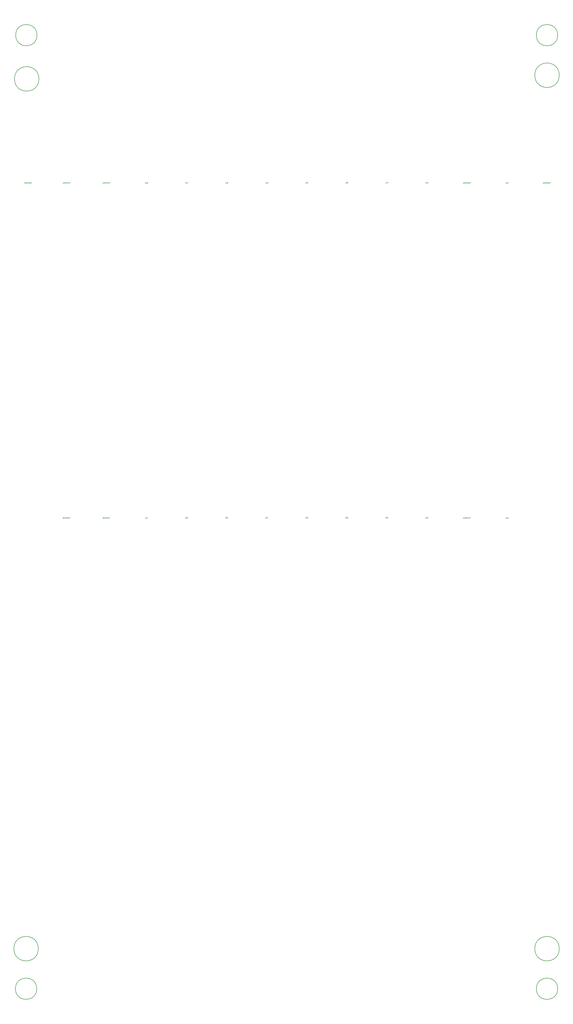
<source format=gbr>
%TF.GenerationSoftware,KiCad,Pcbnew,(6.0.7-1)-1*%
%TF.CreationDate,2024-04-18T03:27:56-04:00*%
%TF.ProjectId,EM_Harpsichord_Sustainer+Playback_V2.0,454d5f48-6172-4707-9369-63686f72645f,rev?*%
%TF.SameCoordinates,Original*%
%TF.FileFunction,Other,Comment*%
%FSLAX46Y46*%
G04 Gerber Fmt 4.6, Leading zero omitted, Abs format (unit mm)*
G04 Created by KiCad (PCBNEW (6.0.7-1)-1) date 2024-04-18 03:27:56*
%MOMM*%
%LPD*%
G01*
G04 APERTURE LIST*
%ADD10C,0.051000*%
%ADD11C,0.150000*%
G04 APERTURE END LIST*
D10*
%TO.C,J46*%
X249923190Y-99280952D02*
X249923190Y-99566666D01*
X249904142Y-99623809D01*
X249866047Y-99661904D01*
X249808904Y-99680952D01*
X249770809Y-99680952D01*
X250285095Y-99414285D02*
X250285095Y-99680952D01*
X250189857Y-99261904D02*
X250094619Y-99547619D01*
X250342238Y-99547619D01*
X250666047Y-99280952D02*
X250589857Y-99280952D01*
X250551761Y-99300000D01*
X250532714Y-99319047D01*
X250494619Y-99376190D01*
X250475571Y-99452380D01*
X250475571Y-99604761D01*
X250494619Y-99642857D01*
X250513666Y-99661904D01*
X250551761Y-99680952D01*
X250627952Y-99680952D01*
X250666047Y-99661904D01*
X250685095Y-99642857D01*
X250704142Y-99604761D01*
X250704142Y-99509523D01*
X250685095Y-99471428D01*
X250666047Y-99452380D01*
X250627952Y-99433333D01*
X250551761Y-99433333D01*
X250513666Y-99452380D01*
X250494619Y-99471428D01*
X250475571Y-99509523D01*
%TO.C,J48*%
X249874690Y-217118952D02*
X249874690Y-217404666D01*
X249855642Y-217461809D01*
X249817547Y-217499904D01*
X249760404Y-217518952D01*
X249722309Y-217518952D01*
X250236595Y-217252285D02*
X250236595Y-217518952D01*
X250141357Y-217099904D02*
X250046119Y-217385619D01*
X250293738Y-217385619D01*
X250503261Y-217290380D02*
X250465166Y-217271333D01*
X250446119Y-217252285D01*
X250427071Y-217214190D01*
X250427071Y-217195142D01*
X250446119Y-217157047D01*
X250465166Y-217138000D01*
X250503261Y-217118952D01*
X250579452Y-217118952D01*
X250617547Y-217138000D01*
X250636595Y-217157047D01*
X250655642Y-217195142D01*
X250655642Y-217214190D01*
X250636595Y-217252285D01*
X250617547Y-217271333D01*
X250579452Y-217290380D01*
X250503261Y-217290380D01*
X250465166Y-217309428D01*
X250446119Y-217328476D01*
X250427071Y-217366571D01*
X250427071Y-217442761D01*
X250446119Y-217480857D01*
X250465166Y-217499904D01*
X250503261Y-217518952D01*
X250579452Y-217518952D01*
X250617547Y-217499904D01*
X250636595Y-217480857D01*
X250655642Y-217442761D01*
X250655642Y-217366571D01*
X250636595Y-217328476D01*
X250617547Y-217309428D01*
X250579452Y-217290380D01*
%TO.C,J21*%
X122974690Y-217098216D02*
X122974690Y-217383930D01*
X122955642Y-217441073D01*
X122917547Y-217479168D01*
X122860404Y-217498216D01*
X122822309Y-217498216D01*
X123146119Y-217136311D02*
X123165166Y-217117264D01*
X123203261Y-217098216D01*
X123298500Y-217098216D01*
X123336595Y-217117264D01*
X123355642Y-217136311D01*
X123374690Y-217174406D01*
X123374690Y-217212502D01*
X123355642Y-217269644D01*
X123127071Y-217498216D01*
X123374690Y-217498216D01*
X123755642Y-217498216D02*
X123527071Y-217498216D01*
X123641357Y-217498216D02*
X123641357Y-217098216D01*
X123603261Y-217155359D01*
X123565166Y-217193454D01*
X123527071Y-217212502D01*
%TO.C,J18*%
X107973904Y-217503452D02*
X107973904Y-217103452D01*
X108202476Y-217503452D02*
X108031047Y-217274880D01*
X108202476Y-217103452D02*
X107973904Y-217332023D01*
X108373904Y-217293928D02*
X108507238Y-217293928D01*
X108564380Y-217503452D02*
X108373904Y-217503452D01*
X108373904Y-217103452D01*
X108564380Y-217103452D01*
X108735809Y-217293928D02*
X108869142Y-217293928D01*
X108926285Y-217503452D02*
X108735809Y-217503452D01*
X108735809Y-217103452D01*
X108926285Y-217103452D01*
X109097714Y-217503452D02*
X109097714Y-217103452D01*
X109250095Y-217103452D01*
X109288190Y-217122500D01*
X109307238Y-217141547D01*
X109326285Y-217179642D01*
X109326285Y-217236785D01*
X109307238Y-217274880D01*
X109288190Y-217293928D01*
X109250095Y-217312976D01*
X109097714Y-217312976D01*
X109573904Y-217103452D02*
X109650095Y-217103452D01*
X109688190Y-217122500D01*
X109726285Y-217160595D01*
X109745333Y-217236785D01*
X109745333Y-217370119D01*
X109726285Y-217446309D01*
X109688190Y-217484404D01*
X109650095Y-217503452D01*
X109573904Y-217503452D01*
X109535809Y-217484404D01*
X109497714Y-217446309D01*
X109478666Y-217370119D01*
X109478666Y-217236785D01*
X109497714Y-217160595D01*
X109535809Y-217122500D01*
X109573904Y-217103452D01*
X109916761Y-217103452D02*
X109916761Y-217427261D01*
X109935809Y-217465357D01*
X109954857Y-217484404D01*
X109992952Y-217503452D01*
X110069142Y-217503452D01*
X110107238Y-217484404D01*
X110126285Y-217465357D01*
X110145333Y-217427261D01*
X110145333Y-217103452D01*
X110278666Y-217103452D02*
X110507238Y-217103452D01*
X110392952Y-217503452D02*
X110392952Y-217103452D01*
%TO.C,J34*%
X193523189Y-99231688D02*
X193523189Y-99517402D01*
X193504141Y-99574545D01*
X193466046Y-99612640D01*
X193408903Y-99631688D01*
X193370808Y-99631688D01*
X193675570Y-99231688D02*
X193923189Y-99231688D01*
X193789856Y-99384069D01*
X193846999Y-99384069D01*
X193885094Y-99403116D01*
X193904141Y-99422164D01*
X193923189Y-99460259D01*
X193923189Y-99555497D01*
X193904141Y-99593593D01*
X193885094Y-99612640D01*
X193846999Y-99631688D01*
X193732713Y-99631688D01*
X193694618Y-99612640D01*
X193675570Y-99593593D01*
X194266046Y-99365021D02*
X194266046Y-99631688D01*
X194170808Y-99212640D02*
X194075570Y-99498355D01*
X194323189Y-99498355D01*
%TO.C,J42*%
X221674690Y-217069688D02*
X221674690Y-217355402D01*
X221655642Y-217412545D01*
X221617547Y-217450640D01*
X221560404Y-217469688D01*
X221522309Y-217469688D01*
X222036595Y-217203021D02*
X222036595Y-217469688D01*
X221941357Y-217050640D02*
X221846119Y-217336355D01*
X222093738Y-217336355D01*
X222227071Y-217107783D02*
X222246119Y-217088736D01*
X222284214Y-217069688D01*
X222379452Y-217069688D01*
X222417547Y-217088736D01*
X222436595Y-217107783D01*
X222455642Y-217145878D01*
X222455642Y-217183974D01*
X222436595Y-217241116D01*
X222208023Y-217469688D01*
X222455642Y-217469688D01*
%TO.C,J43*%
X234908904Y-99681688D02*
X234908904Y-99281688D01*
X235137476Y-99681688D02*
X234966047Y-99453116D01*
X235137476Y-99281688D02*
X234908904Y-99510259D01*
X235308904Y-99472164D02*
X235442238Y-99472164D01*
X235499380Y-99681688D02*
X235308904Y-99681688D01*
X235308904Y-99281688D01*
X235499380Y-99281688D01*
X235670809Y-99472164D02*
X235804142Y-99472164D01*
X235861285Y-99681688D02*
X235670809Y-99681688D01*
X235670809Y-99281688D01*
X235861285Y-99281688D01*
X236032714Y-99681688D02*
X236032714Y-99281688D01*
X236185095Y-99281688D01*
X236223190Y-99300736D01*
X236242238Y-99319783D01*
X236261285Y-99357878D01*
X236261285Y-99415021D01*
X236242238Y-99453116D01*
X236223190Y-99472164D01*
X236185095Y-99491212D01*
X236032714Y-99491212D01*
X236508904Y-99281688D02*
X236585095Y-99281688D01*
X236623190Y-99300736D01*
X236661285Y-99338831D01*
X236680333Y-99415021D01*
X236680333Y-99548355D01*
X236661285Y-99624545D01*
X236623190Y-99662640D01*
X236585095Y-99681688D01*
X236508904Y-99681688D01*
X236470809Y-99662640D01*
X236432714Y-99624545D01*
X236413666Y-99548355D01*
X236413666Y-99415021D01*
X236432714Y-99338831D01*
X236470809Y-99300736D01*
X236508904Y-99281688D01*
X236851761Y-99281688D02*
X236851761Y-99605497D01*
X236870809Y-99643593D01*
X236889857Y-99662640D01*
X236927952Y-99681688D01*
X237004142Y-99681688D01*
X237042238Y-99662640D01*
X237061285Y-99643593D01*
X237080333Y-99605497D01*
X237080333Y-99281688D01*
X237213666Y-99281688D02*
X237442238Y-99281688D01*
X237327952Y-99681688D02*
X237327952Y-99281688D01*
%TO.C,JA1_in1*%
X80475404Y-99665452D02*
X80475404Y-99265452D01*
X80703976Y-99665452D02*
X80532547Y-99436880D01*
X80703976Y-99265452D02*
X80475404Y-99494023D01*
X80875404Y-99455928D02*
X81008738Y-99455928D01*
X81065880Y-99665452D02*
X80875404Y-99665452D01*
X80875404Y-99265452D01*
X81065880Y-99265452D01*
X81237309Y-99455928D02*
X81370642Y-99455928D01*
X81427785Y-99665452D02*
X81237309Y-99665452D01*
X81237309Y-99265452D01*
X81427785Y-99265452D01*
X81599214Y-99665452D02*
X81599214Y-99265452D01*
X81751595Y-99265452D01*
X81789690Y-99284500D01*
X81808738Y-99303547D01*
X81827785Y-99341642D01*
X81827785Y-99398785D01*
X81808738Y-99436880D01*
X81789690Y-99455928D01*
X81751595Y-99474976D01*
X81599214Y-99474976D01*
X82075404Y-99265452D02*
X82151595Y-99265452D01*
X82189690Y-99284500D01*
X82227785Y-99322595D01*
X82246833Y-99398785D01*
X82246833Y-99532119D01*
X82227785Y-99608309D01*
X82189690Y-99646404D01*
X82151595Y-99665452D01*
X82075404Y-99665452D01*
X82037309Y-99646404D01*
X81999214Y-99608309D01*
X81980166Y-99532119D01*
X81980166Y-99398785D01*
X81999214Y-99322595D01*
X82037309Y-99284500D01*
X82075404Y-99265452D01*
X82418261Y-99265452D02*
X82418261Y-99589261D01*
X82437309Y-99627357D01*
X82456357Y-99646404D01*
X82494452Y-99665452D01*
X82570642Y-99665452D01*
X82608738Y-99646404D01*
X82627785Y-99627357D01*
X82646833Y-99589261D01*
X82646833Y-99265452D01*
X82780166Y-99265452D02*
X83008738Y-99265452D01*
X82894452Y-99665452D02*
X82894452Y-99265452D01*
%TO.C,J40*%
X221723190Y-99231688D02*
X221723190Y-99517402D01*
X221704142Y-99574545D01*
X221666047Y-99612640D01*
X221608904Y-99631688D01*
X221570809Y-99631688D01*
X222085095Y-99365021D02*
X222085095Y-99631688D01*
X221989857Y-99212640D02*
X221894619Y-99498355D01*
X222142238Y-99498355D01*
X222370809Y-99231688D02*
X222408904Y-99231688D01*
X222447000Y-99250736D01*
X222466047Y-99269783D01*
X222485095Y-99307878D01*
X222504142Y-99384069D01*
X222504142Y-99479307D01*
X222485095Y-99555497D01*
X222466047Y-99593593D01*
X222447000Y-99612640D01*
X222408904Y-99631688D01*
X222370809Y-99631688D01*
X222332714Y-99612640D01*
X222313666Y-99593593D01*
X222294619Y-99555497D01*
X222275571Y-99479307D01*
X222275571Y-99384069D01*
X222294619Y-99307878D01*
X222313666Y-99269783D01*
X222332714Y-99250736D01*
X222370809Y-99231688D01*
%TO.C,JA2_out1*%
X263011904Y-99680952D02*
X263011904Y-99280952D01*
X263240476Y-99680952D02*
X263069047Y-99452380D01*
X263240476Y-99280952D02*
X263011904Y-99509523D01*
X263411904Y-99471428D02*
X263545238Y-99471428D01*
X263602380Y-99680952D02*
X263411904Y-99680952D01*
X263411904Y-99280952D01*
X263602380Y-99280952D01*
X263773809Y-99471428D02*
X263907142Y-99471428D01*
X263964285Y-99680952D02*
X263773809Y-99680952D01*
X263773809Y-99280952D01*
X263964285Y-99280952D01*
X264135714Y-99680952D02*
X264135714Y-99280952D01*
X264288095Y-99280952D01*
X264326190Y-99300000D01*
X264345238Y-99319047D01*
X264364285Y-99357142D01*
X264364285Y-99414285D01*
X264345238Y-99452380D01*
X264326190Y-99471428D01*
X264288095Y-99490476D01*
X264135714Y-99490476D01*
X264611904Y-99280952D02*
X264688095Y-99280952D01*
X264726190Y-99300000D01*
X264764285Y-99338095D01*
X264783333Y-99414285D01*
X264783333Y-99547619D01*
X264764285Y-99623809D01*
X264726190Y-99661904D01*
X264688095Y-99680952D01*
X264611904Y-99680952D01*
X264573809Y-99661904D01*
X264535714Y-99623809D01*
X264516666Y-99547619D01*
X264516666Y-99414285D01*
X264535714Y-99338095D01*
X264573809Y-99300000D01*
X264611904Y-99280952D01*
X264954761Y-99280952D02*
X264954761Y-99604761D01*
X264973809Y-99642857D01*
X264992857Y-99661904D01*
X265030952Y-99680952D01*
X265107142Y-99680952D01*
X265145238Y-99661904D01*
X265164285Y-99642857D01*
X265183333Y-99604761D01*
X265183333Y-99280952D01*
X265316666Y-99280952D02*
X265545238Y-99280952D01*
X265430952Y-99680952D02*
X265430952Y-99280952D01*
%TO.C,J200*%
X93923904Y-217503452D02*
X93923904Y-217103452D01*
X94152476Y-217503452D02*
X93981047Y-217274880D01*
X94152476Y-217103452D02*
X93923904Y-217332023D01*
X94323904Y-217293928D02*
X94457238Y-217293928D01*
X94514380Y-217503452D02*
X94323904Y-217503452D01*
X94323904Y-217103452D01*
X94514380Y-217103452D01*
X94685809Y-217293928D02*
X94819142Y-217293928D01*
X94876285Y-217503452D02*
X94685809Y-217503452D01*
X94685809Y-217103452D01*
X94876285Y-217103452D01*
X95047714Y-217503452D02*
X95047714Y-217103452D01*
X95200095Y-217103452D01*
X95238190Y-217122500D01*
X95257238Y-217141547D01*
X95276285Y-217179642D01*
X95276285Y-217236785D01*
X95257238Y-217274880D01*
X95238190Y-217293928D01*
X95200095Y-217312976D01*
X95047714Y-217312976D01*
X95523904Y-217103452D02*
X95600095Y-217103452D01*
X95638190Y-217122500D01*
X95676285Y-217160595D01*
X95695333Y-217236785D01*
X95695333Y-217370119D01*
X95676285Y-217446309D01*
X95638190Y-217484404D01*
X95600095Y-217503452D01*
X95523904Y-217503452D01*
X95485809Y-217484404D01*
X95447714Y-217446309D01*
X95428666Y-217370119D01*
X95428666Y-217236785D01*
X95447714Y-217160595D01*
X95485809Y-217122500D01*
X95523904Y-217103452D01*
X95866761Y-217103452D02*
X95866761Y-217427261D01*
X95885809Y-217465357D01*
X95904857Y-217484404D01*
X95942952Y-217503452D01*
X96019142Y-217503452D01*
X96057238Y-217484404D01*
X96076285Y-217465357D01*
X96095333Y-217427261D01*
X96095333Y-217103452D01*
X96228666Y-217103452D02*
X96457238Y-217103452D01*
X96342952Y-217503452D02*
X96342952Y-217103452D01*
%TO.C,J24*%
X137124690Y-217068952D02*
X137124690Y-217354666D01*
X137105642Y-217411809D01*
X137067547Y-217449904D01*
X137010404Y-217468952D01*
X136972309Y-217468952D01*
X137296119Y-217107047D02*
X137315166Y-217088000D01*
X137353261Y-217068952D01*
X137448500Y-217068952D01*
X137486595Y-217088000D01*
X137505642Y-217107047D01*
X137524690Y-217145142D01*
X137524690Y-217183238D01*
X137505642Y-217240380D01*
X137277071Y-217468952D01*
X137524690Y-217468952D01*
X137867547Y-217202285D02*
X137867547Y-217468952D01*
X137772309Y-217049904D02*
X137677071Y-217335619D01*
X137924690Y-217335619D01*
%TO.C,J25*%
X165373190Y-99231688D02*
X165373190Y-99517402D01*
X165354142Y-99574545D01*
X165316047Y-99612640D01*
X165258904Y-99631688D01*
X165220809Y-99631688D01*
X165544619Y-99269783D02*
X165563666Y-99250736D01*
X165601761Y-99231688D01*
X165697000Y-99231688D01*
X165735095Y-99250736D01*
X165754142Y-99269783D01*
X165773190Y-99307878D01*
X165773190Y-99345974D01*
X165754142Y-99403116D01*
X165525571Y-99631688D01*
X165773190Y-99631688D01*
X166135095Y-99231688D02*
X165944619Y-99231688D01*
X165925571Y-99422164D01*
X165944619Y-99403116D01*
X165982714Y-99384069D01*
X166077952Y-99384069D01*
X166116047Y-99403116D01*
X166135095Y-99422164D01*
X166154142Y-99460259D01*
X166154142Y-99555497D01*
X166135095Y-99593593D01*
X166116047Y-99612640D01*
X166077952Y-99631688D01*
X165982714Y-99631688D01*
X165944619Y-99612640D01*
X165925571Y-99593593D01*
%TO.C,J27*%
X165324690Y-217069688D02*
X165324690Y-217355402D01*
X165305642Y-217412545D01*
X165267547Y-217450640D01*
X165210404Y-217469688D01*
X165172309Y-217469688D01*
X165496119Y-217107783D02*
X165515166Y-217088736D01*
X165553261Y-217069688D01*
X165648500Y-217069688D01*
X165686595Y-217088736D01*
X165705642Y-217107783D01*
X165724690Y-217145878D01*
X165724690Y-217183974D01*
X165705642Y-217241116D01*
X165477071Y-217469688D01*
X165724690Y-217469688D01*
X165858023Y-217069688D02*
X166124690Y-217069688D01*
X165953261Y-217469688D01*
%TO.C,J19*%
X123023190Y-99260216D02*
X123023190Y-99545930D01*
X123004142Y-99603073D01*
X122966047Y-99641168D01*
X122908904Y-99660216D01*
X122870809Y-99660216D01*
X123423190Y-99660216D02*
X123194619Y-99660216D01*
X123308904Y-99660216D02*
X123308904Y-99260216D01*
X123270809Y-99317359D01*
X123232714Y-99355454D01*
X123194619Y-99374502D01*
X123613666Y-99660216D02*
X123689857Y-99660216D01*
X123727952Y-99641168D01*
X123747000Y-99622121D01*
X123785095Y-99564978D01*
X123804142Y-99488787D01*
X123804142Y-99336406D01*
X123785095Y-99298311D01*
X123766047Y-99279264D01*
X123727952Y-99260216D01*
X123651761Y-99260216D01*
X123613666Y-99279264D01*
X123594619Y-99298311D01*
X123575571Y-99336406D01*
X123575571Y-99431644D01*
X123594619Y-99469740D01*
X123613666Y-99488787D01*
X123651761Y-99507835D01*
X123727952Y-99507835D01*
X123766047Y-99488787D01*
X123785095Y-99469740D01*
X123804142Y-99431644D01*
%TO.C,J45*%
X234860404Y-217519688D02*
X234860404Y-217119688D01*
X235088976Y-217519688D02*
X234917547Y-217291116D01*
X235088976Y-217119688D02*
X234860404Y-217348259D01*
X235260404Y-217310164D02*
X235393738Y-217310164D01*
X235450880Y-217519688D02*
X235260404Y-217519688D01*
X235260404Y-217119688D01*
X235450880Y-217119688D01*
X235622309Y-217310164D02*
X235755642Y-217310164D01*
X235812785Y-217519688D02*
X235622309Y-217519688D01*
X235622309Y-217119688D01*
X235812785Y-217119688D01*
X235984214Y-217519688D02*
X235984214Y-217119688D01*
X236136595Y-217119688D01*
X236174690Y-217138736D01*
X236193738Y-217157783D01*
X236212785Y-217195878D01*
X236212785Y-217253021D01*
X236193738Y-217291116D01*
X236174690Y-217310164D01*
X236136595Y-217329212D01*
X235984214Y-217329212D01*
X236460404Y-217119688D02*
X236536595Y-217119688D01*
X236574690Y-217138736D01*
X236612785Y-217176831D01*
X236631833Y-217253021D01*
X236631833Y-217386355D01*
X236612785Y-217462545D01*
X236574690Y-217500640D01*
X236536595Y-217519688D01*
X236460404Y-217519688D01*
X236422309Y-217500640D01*
X236384214Y-217462545D01*
X236365166Y-217386355D01*
X236365166Y-217253021D01*
X236384214Y-217176831D01*
X236422309Y-217138736D01*
X236460404Y-217119688D01*
X236803261Y-217119688D02*
X236803261Y-217443497D01*
X236822309Y-217481593D01*
X236841357Y-217500640D01*
X236879452Y-217519688D01*
X236955642Y-217519688D01*
X236993738Y-217500640D01*
X237012785Y-217481593D01*
X237031833Y-217443497D01*
X237031833Y-217119688D01*
X237165166Y-217119688D02*
X237393738Y-217119688D01*
X237279452Y-217519688D02*
X237279452Y-217119688D01*
%TO.C,J16*%
X108022404Y-99665452D02*
X108022404Y-99265452D01*
X108250976Y-99665452D02*
X108079547Y-99436880D01*
X108250976Y-99265452D02*
X108022404Y-99494023D01*
X108422404Y-99455928D02*
X108555738Y-99455928D01*
X108612880Y-99665452D02*
X108422404Y-99665452D01*
X108422404Y-99265452D01*
X108612880Y-99265452D01*
X108784309Y-99455928D02*
X108917642Y-99455928D01*
X108974785Y-99665452D02*
X108784309Y-99665452D01*
X108784309Y-99265452D01*
X108974785Y-99265452D01*
X109146214Y-99665452D02*
X109146214Y-99265452D01*
X109298595Y-99265452D01*
X109336690Y-99284500D01*
X109355738Y-99303547D01*
X109374785Y-99341642D01*
X109374785Y-99398785D01*
X109355738Y-99436880D01*
X109336690Y-99455928D01*
X109298595Y-99474976D01*
X109146214Y-99474976D01*
X109622404Y-99265452D02*
X109698595Y-99265452D01*
X109736690Y-99284500D01*
X109774785Y-99322595D01*
X109793833Y-99398785D01*
X109793833Y-99532119D01*
X109774785Y-99608309D01*
X109736690Y-99646404D01*
X109698595Y-99665452D01*
X109622404Y-99665452D01*
X109584309Y-99646404D01*
X109546214Y-99608309D01*
X109527166Y-99532119D01*
X109527166Y-99398785D01*
X109546214Y-99322595D01*
X109584309Y-99284500D01*
X109622404Y-99265452D01*
X109965261Y-99265452D02*
X109965261Y-99589261D01*
X109984309Y-99627357D01*
X110003357Y-99646404D01*
X110041452Y-99665452D01*
X110117642Y-99665452D01*
X110155738Y-99646404D01*
X110174785Y-99627357D01*
X110193833Y-99589261D01*
X110193833Y-99265452D01*
X110327166Y-99265452D02*
X110555738Y-99265452D01*
X110441452Y-99665452D02*
X110441452Y-99265452D01*
%TO.C,J201*%
X93972404Y-99665452D02*
X93972404Y-99265452D01*
X94200976Y-99665452D02*
X94029547Y-99436880D01*
X94200976Y-99265452D02*
X93972404Y-99494023D01*
X94372404Y-99455928D02*
X94505738Y-99455928D01*
X94562880Y-99665452D02*
X94372404Y-99665452D01*
X94372404Y-99265452D01*
X94562880Y-99265452D01*
X94734309Y-99455928D02*
X94867642Y-99455928D01*
X94924785Y-99665452D02*
X94734309Y-99665452D01*
X94734309Y-99265452D01*
X94924785Y-99265452D01*
X95096214Y-99665452D02*
X95096214Y-99265452D01*
X95248595Y-99265452D01*
X95286690Y-99284500D01*
X95305738Y-99303547D01*
X95324785Y-99341642D01*
X95324785Y-99398785D01*
X95305738Y-99436880D01*
X95286690Y-99455928D01*
X95248595Y-99474976D01*
X95096214Y-99474976D01*
X95572404Y-99265452D02*
X95648595Y-99265452D01*
X95686690Y-99284500D01*
X95724785Y-99322595D01*
X95743833Y-99398785D01*
X95743833Y-99532119D01*
X95724785Y-99608309D01*
X95686690Y-99646404D01*
X95648595Y-99665452D01*
X95572404Y-99665452D01*
X95534309Y-99646404D01*
X95496214Y-99608309D01*
X95477166Y-99532119D01*
X95477166Y-99398785D01*
X95496214Y-99322595D01*
X95534309Y-99284500D01*
X95572404Y-99265452D01*
X95915261Y-99265452D02*
X95915261Y-99589261D01*
X95934309Y-99627357D01*
X95953357Y-99646404D01*
X95991452Y-99665452D01*
X96067642Y-99665452D01*
X96105738Y-99646404D01*
X96124785Y-99627357D01*
X96143833Y-99589261D01*
X96143833Y-99265452D01*
X96277166Y-99265452D02*
X96505738Y-99265452D01*
X96391452Y-99665452D02*
X96391452Y-99265452D01*
%TO.C,J39*%
X207574690Y-217069688D02*
X207574690Y-217355402D01*
X207555642Y-217412545D01*
X207517547Y-217450640D01*
X207460404Y-217469688D01*
X207422309Y-217469688D01*
X207727071Y-217069688D02*
X207974690Y-217069688D01*
X207841357Y-217222069D01*
X207898500Y-217222069D01*
X207936595Y-217241116D01*
X207955642Y-217260164D01*
X207974690Y-217298259D01*
X207974690Y-217393497D01*
X207955642Y-217431593D01*
X207936595Y-217450640D01*
X207898500Y-217469688D01*
X207784214Y-217469688D01*
X207746119Y-217450640D01*
X207727071Y-217431593D01*
X208165166Y-217469688D02*
X208241357Y-217469688D01*
X208279452Y-217450640D01*
X208298500Y-217431593D01*
X208336595Y-217374450D01*
X208355642Y-217298259D01*
X208355642Y-217145878D01*
X208336595Y-217107783D01*
X208317547Y-217088736D01*
X208279452Y-217069688D01*
X208203261Y-217069688D01*
X208165166Y-217088736D01*
X208146119Y-217107783D01*
X208127071Y-217145878D01*
X208127071Y-217241116D01*
X208146119Y-217279212D01*
X208165166Y-217298259D01*
X208203261Y-217317307D01*
X208279452Y-217317307D01*
X208317547Y-217298259D01*
X208336595Y-217279212D01*
X208355642Y-217241116D01*
%TO.C,J37*%
X207623190Y-99231688D02*
X207623190Y-99517402D01*
X207604142Y-99574545D01*
X207566047Y-99612640D01*
X207508904Y-99631688D01*
X207470809Y-99631688D01*
X207775571Y-99231688D02*
X208023190Y-99231688D01*
X207889857Y-99384069D01*
X207947000Y-99384069D01*
X207985095Y-99403116D01*
X208004142Y-99422164D01*
X208023190Y-99460259D01*
X208023190Y-99555497D01*
X208004142Y-99593593D01*
X207985095Y-99612640D01*
X207947000Y-99631688D01*
X207832714Y-99631688D01*
X207794619Y-99612640D01*
X207775571Y-99593593D01*
X208156523Y-99231688D02*
X208423190Y-99231688D01*
X208251761Y-99631688D01*
%TO.C,J33*%
X179424690Y-217069688D02*
X179424690Y-217355402D01*
X179405642Y-217412545D01*
X179367547Y-217450640D01*
X179310404Y-217469688D01*
X179272309Y-217469688D01*
X179577071Y-217069688D02*
X179824690Y-217069688D01*
X179691357Y-217222069D01*
X179748500Y-217222069D01*
X179786595Y-217241116D01*
X179805642Y-217260164D01*
X179824690Y-217298259D01*
X179824690Y-217393497D01*
X179805642Y-217431593D01*
X179786595Y-217450640D01*
X179748500Y-217469688D01*
X179634214Y-217469688D01*
X179596119Y-217450640D01*
X179577071Y-217431593D01*
X179958023Y-217069688D02*
X180205642Y-217069688D01*
X180072309Y-217222069D01*
X180129452Y-217222069D01*
X180167547Y-217241116D01*
X180186595Y-217260164D01*
X180205642Y-217298259D01*
X180205642Y-217393497D01*
X180186595Y-217431593D01*
X180167547Y-217450640D01*
X180129452Y-217469688D01*
X180015166Y-217469688D01*
X179977071Y-217450640D01*
X179958023Y-217431593D01*
%TO.C,J22*%
X137173190Y-99230952D02*
X137173190Y-99516666D01*
X137154142Y-99573809D01*
X137116047Y-99611904D01*
X137058904Y-99630952D01*
X137020809Y-99630952D01*
X137344619Y-99269047D02*
X137363666Y-99250000D01*
X137401761Y-99230952D01*
X137497000Y-99230952D01*
X137535095Y-99250000D01*
X137554142Y-99269047D01*
X137573190Y-99307142D01*
X137573190Y-99345238D01*
X137554142Y-99402380D01*
X137325571Y-99630952D01*
X137573190Y-99630952D01*
X137725571Y-99269047D02*
X137744619Y-99250000D01*
X137782714Y-99230952D01*
X137877952Y-99230952D01*
X137916047Y-99250000D01*
X137935095Y-99269047D01*
X137954142Y-99307142D01*
X137954142Y-99345238D01*
X137935095Y-99402380D01*
X137706523Y-99630952D01*
X137954142Y-99630952D01*
%TO.C,J31*%
X179473190Y-99231688D02*
X179473190Y-99517402D01*
X179454142Y-99574545D01*
X179416047Y-99612640D01*
X179358904Y-99631688D01*
X179320809Y-99631688D01*
X179625571Y-99231688D02*
X179873190Y-99231688D01*
X179739857Y-99384069D01*
X179797000Y-99384069D01*
X179835095Y-99403116D01*
X179854142Y-99422164D01*
X179873190Y-99460259D01*
X179873190Y-99555497D01*
X179854142Y-99593593D01*
X179835095Y-99612640D01*
X179797000Y-99631688D01*
X179682714Y-99631688D01*
X179644619Y-99612640D01*
X179625571Y-99593593D01*
X180254142Y-99631688D02*
X180025571Y-99631688D01*
X180139857Y-99631688D02*
X180139857Y-99231688D01*
X180101761Y-99288831D01*
X180063666Y-99326926D01*
X180025571Y-99345974D01*
%TO.C,J28*%
X151273190Y-99231688D02*
X151273190Y-99517402D01*
X151254142Y-99574545D01*
X151216047Y-99612640D01*
X151158904Y-99631688D01*
X151120809Y-99631688D01*
X151444619Y-99269783D02*
X151463666Y-99250736D01*
X151501761Y-99231688D01*
X151597000Y-99231688D01*
X151635095Y-99250736D01*
X151654142Y-99269783D01*
X151673190Y-99307878D01*
X151673190Y-99345974D01*
X151654142Y-99403116D01*
X151425571Y-99631688D01*
X151673190Y-99631688D01*
X151901761Y-99403116D02*
X151863666Y-99384069D01*
X151844619Y-99365021D01*
X151825571Y-99326926D01*
X151825571Y-99307878D01*
X151844619Y-99269783D01*
X151863666Y-99250736D01*
X151901761Y-99231688D01*
X151977952Y-99231688D01*
X152016047Y-99250736D01*
X152035095Y-99269783D01*
X152054142Y-99307878D01*
X152054142Y-99326926D01*
X152035095Y-99365021D01*
X152016047Y-99384069D01*
X151977952Y-99403116D01*
X151901761Y-99403116D01*
X151863666Y-99422164D01*
X151844619Y-99441212D01*
X151825571Y-99479307D01*
X151825571Y-99555497D01*
X151844619Y-99593593D01*
X151863666Y-99612640D01*
X151901761Y-99631688D01*
X151977952Y-99631688D01*
X152016047Y-99612640D01*
X152035095Y-99593593D01*
X152054142Y-99555497D01*
X152054142Y-99479307D01*
X152035095Y-99441212D01*
X152016047Y-99422164D01*
X151977952Y-99403116D01*
%TO.C,J36*%
X193474690Y-217069688D02*
X193474690Y-217355402D01*
X193455642Y-217412545D01*
X193417547Y-217450640D01*
X193360404Y-217469688D01*
X193322309Y-217469688D01*
X193627071Y-217069688D02*
X193874690Y-217069688D01*
X193741357Y-217222069D01*
X193798500Y-217222069D01*
X193836595Y-217241116D01*
X193855642Y-217260164D01*
X193874690Y-217298259D01*
X193874690Y-217393497D01*
X193855642Y-217431593D01*
X193836595Y-217450640D01*
X193798500Y-217469688D01*
X193684214Y-217469688D01*
X193646119Y-217450640D01*
X193627071Y-217431593D01*
X194217547Y-217069688D02*
X194141357Y-217069688D01*
X194103261Y-217088736D01*
X194084214Y-217107783D01*
X194046119Y-217164926D01*
X194027071Y-217241116D01*
X194027071Y-217393497D01*
X194046119Y-217431593D01*
X194065166Y-217450640D01*
X194103261Y-217469688D01*
X194179452Y-217469688D01*
X194217547Y-217450640D01*
X194236595Y-217431593D01*
X194255642Y-217393497D01*
X194255642Y-217298259D01*
X194236595Y-217260164D01*
X194217547Y-217241116D01*
X194179452Y-217222069D01*
X194103261Y-217222069D01*
X194065166Y-217241116D01*
X194046119Y-217260164D01*
X194027071Y-217298259D01*
%TO.C,J30*%
X151224690Y-217069688D02*
X151224690Y-217355402D01*
X151205642Y-217412545D01*
X151167547Y-217450640D01*
X151110404Y-217469688D01*
X151072309Y-217469688D01*
X151377071Y-217069688D02*
X151624690Y-217069688D01*
X151491357Y-217222069D01*
X151548500Y-217222069D01*
X151586595Y-217241116D01*
X151605642Y-217260164D01*
X151624690Y-217298259D01*
X151624690Y-217393497D01*
X151605642Y-217431593D01*
X151586595Y-217450640D01*
X151548500Y-217469688D01*
X151434214Y-217469688D01*
X151396119Y-217450640D01*
X151377071Y-217431593D01*
X151872309Y-217069688D02*
X151910404Y-217069688D01*
X151948500Y-217088736D01*
X151967547Y-217107783D01*
X151986595Y-217145878D01*
X152005642Y-217222069D01*
X152005642Y-217317307D01*
X151986595Y-217393497D01*
X151967547Y-217431593D01*
X151948500Y-217450640D01*
X151910404Y-217469688D01*
X151872309Y-217469688D01*
X151834214Y-217450640D01*
X151815166Y-217431593D01*
X151796119Y-217393497D01*
X151777071Y-217317307D01*
X151777071Y-217222069D01*
X151796119Y-217145878D01*
X151815166Y-217107783D01*
X151834214Y-217088736D01*
X151872309Y-217069688D01*
D11*
%TO.C,TP86*%
X268690000Y-368839000D02*
G75*
G03*
X268690000Y-368839000I-4300000J0D01*
G01*
%TO.C,TP89*%
X84788500Y-382936000D02*
G75*
G03*
X84788500Y-382936000I-3750000J0D01*
G01*
%TO.C,TP92*%
X85338500Y-368839000D02*
G75*
G03*
X85338500Y-368839000I-4300000J0D01*
G01*
%TO.C,TP88*%
X85558000Y-62913000D02*
G75*
G03*
X85558000Y-62913000I-4300000J0D01*
G01*
%TO.C,TP6*%
X84879000Y-47533000D02*
G75*
G03*
X84879000Y-47533000I-3750000J0D01*
G01*
%TO.C,TP90*%
X268690000Y-61630000D02*
G75*
G03*
X268690000Y-61630000I-4300000J0D01*
G01*
%TO.C,TP87*%
X268140000Y-47533000D02*
G75*
G03*
X268140000Y-47533000I-3750000J0D01*
G01*
%TO.C,TP91*%
X268140000Y-382936000D02*
G75*
G03*
X268140000Y-382936000I-3750000J0D01*
G01*
%TD*%
M02*

</source>
